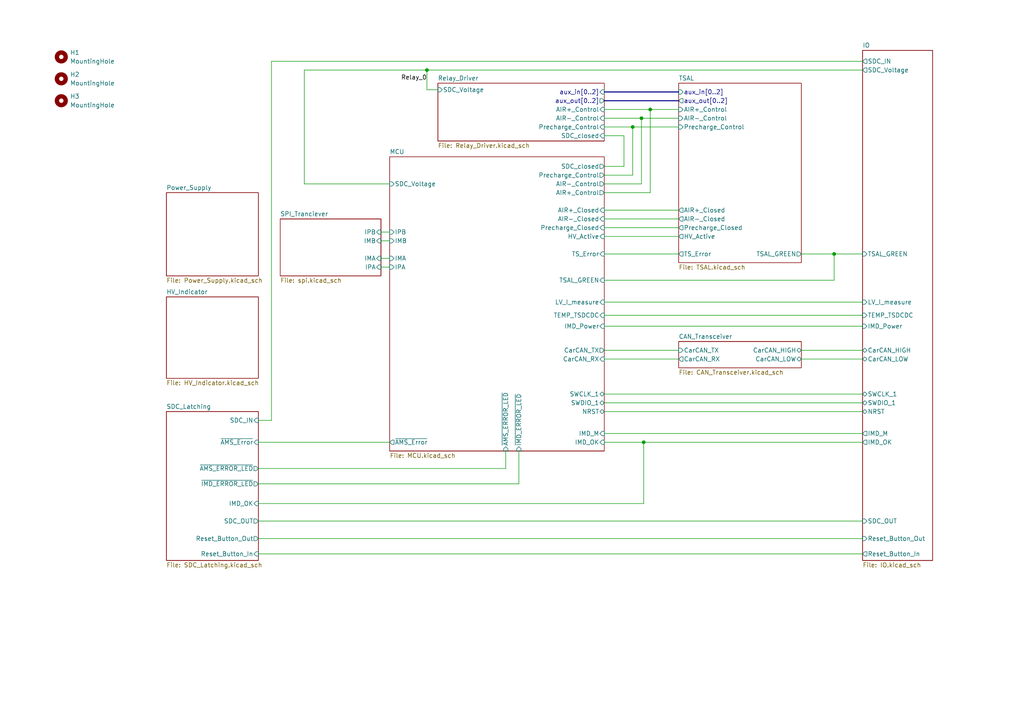
<source format=kicad_sch>
(kicad_sch
	(version 20231120)
	(generator "eeschema")
	(generator_version "8.0")
	(uuid "e63e39d7-6ac0-4ffd-8aa3-1841a4541b55")
	(paper "A4")
	(lib_symbols
		(symbol "Mechanical:MountingHole"
			(pin_names
				(offset 1.016)
			)
			(exclude_from_sim yes)
			(in_bom no)
			(on_board yes)
			(property "Reference" "H"
				(at 0 5.08 0)
				(effects
					(font
						(size 1.27 1.27)
					)
				)
			)
			(property "Value" "MountingHole"
				(at 0 3.175 0)
				(effects
					(font
						(size 1.27 1.27)
					)
				)
			)
			(property "Footprint" ""
				(at 0 0 0)
				(effects
					(font
						(size 1.27 1.27)
					)
					(hide yes)
				)
			)
			(property "Datasheet" "~"
				(at 0 0 0)
				(effects
					(font
						(size 1.27 1.27)
					)
					(hide yes)
				)
			)
			(property "Description" "Mounting Hole without connection"
				(at 0 0 0)
				(effects
					(font
						(size 1.27 1.27)
					)
					(hide yes)
				)
			)
			(property "ki_keywords" "mounting hole"
				(at 0 0 0)
				(effects
					(font
						(size 1.27 1.27)
					)
					(hide yes)
				)
			)
			(property "ki_fp_filters" "MountingHole*"
				(at 0 0 0)
				(effects
					(font
						(size 1.27 1.27)
					)
					(hide yes)
				)
			)
			(symbol "MountingHole_0_1"
				(circle
					(center 0 0)
					(radius 1.27)
					(stroke
						(width 1.27)
						(type default)
					)
					(fill
						(type none)
					)
				)
			)
		)
	)
	(junction
		(at 241.935 73.66)
		(diameter 0)
		(color 0 0 0 0)
		(uuid "0a7f7cff-c29b-4cc6-9d26-e8a073329d15")
	)
	(junction
		(at 123.825 20.32)
		(diameter 0)
		(color 0 0 0 0)
		(uuid "408fafc3-a377-41a0-b7ba-93182cde2895")
	)
	(junction
		(at 186.69 128.27)
		(diameter 0)
		(color 0 0 0 0)
		(uuid "44793ef5-ff1a-4dd7-a42e-e257f8b8042e")
	)
	(junction
		(at 188.595 31.75)
		(diameter 0)
		(color 0 0 0 0)
		(uuid "4978de48-824e-4da0-ad6c-6a4aefa3ff9d")
	)
	(junction
		(at 183.515 36.83)
		(diameter 0)
		(color 0 0 0 0)
		(uuid "7c350bc1-d08e-421e-9df9-7d582d023d7d")
	)
	(junction
		(at 186.055 34.29)
		(diameter 0)
		(color 0 0 0 0)
		(uuid "a1e57cfd-14f7-4329-8eff-f9f55eb71a7d")
	)
	(wire
		(pts
			(xy 180.975 48.26) (xy 180.975 39.37)
		)
		(stroke
			(width 0)
			(type default)
		)
		(uuid "07f9dc8d-c0d0-4dc9-8401-f12e87290517")
	)
	(wire
		(pts
			(xy 188.595 55.88) (xy 188.595 31.75)
		)
		(stroke
			(width 0)
			(type default)
		)
		(uuid "161c37ee-859e-408a-bfc2-59491a96f951")
	)
	(wire
		(pts
			(xy 175.26 36.83) (xy 183.515 36.83)
		)
		(stroke
			(width 0)
			(type default)
		)
		(uuid "1860a00d-f6ff-4922-be20-059a8da73e09")
	)
	(wire
		(pts
			(xy 175.26 94.615) (xy 250.19 94.615)
		)
		(stroke
			(width 0)
			(type default)
		)
		(uuid "18e14012-8379-44ba-bc03-22592befc89a")
	)
	(wire
		(pts
			(xy 175.26 128.27) (xy 186.69 128.27)
		)
		(stroke
			(width 0)
			(type default)
		)
		(uuid "1b75a20a-67f1-4c22-93ad-86624ea64c65")
	)
	(wire
		(pts
			(xy 186.055 34.29) (xy 196.85 34.29)
		)
		(stroke
			(width 0)
			(type default)
		)
		(uuid "1db01ef0-e8ca-4592-b2d3-07fb736a1c26")
	)
	(wire
		(pts
			(xy 110.49 67.31) (xy 113.03 67.31)
		)
		(stroke
			(width 0)
			(type default)
		)
		(uuid "24f82c31-79c3-42d8-ae53-1dfc0417f292")
	)
	(wire
		(pts
			(xy 186.69 128.27) (xy 186.69 146.05)
		)
		(stroke
			(width 0)
			(type default)
		)
		(uuid "30e997bf-188f-4d9b-bd84-fbf9b303fdbc")
	)
	(bus
		(pts
			(xy 175.26 29.21) (xy 196.85 29.21)
		)
		(stroke
			(width 0)
			(type default)
		)
		(uuid "31ffb8c5-4965-42af-9ed5-2cde8d5c615d")
	)
	(wire
		(pts
			(xy 175.26 31.75) (xy 188.595 31.75)
		)
		(stroke
			(width 0)
			(type default)
		)
		(uuid "32c45256-301b-4d4b-9c80-908f3eaa6645")
	)
	(wire
		(pts
			(xy 78.74 17.78) (xy 250.19 17.78)
		)
		(stroke
			(width 0)
			(type default)
		)
		(uuid "39b04c6a-a164-49f1-abea-a3a32285d465")
	)
	(wire
		(pts
			(xy 175.26 81.28) (xy 241.935 81.28)
		)
		(stroke
			(width 0)
			(type default)
		)
		(uuid "3aeadea1-001e-4433-96d3-f973553a40ce")
	)
	(wire
		(pts
			(xy 88.265 53.34) (xy 113.03 53.34)
		)
		(stroke
			(width 0)
			(type default)
		)
		(uuid "43ff35e9-7cd8-4f62-aee2-70328842afeb")
	)
	(wire
		(pts
			(xy 74.93 156.21) (xy 250.19 156.21)
		)
		(stroke
			(width 0)
			(type default)
		)
		(uuid "4c72069e-2911-45fc-ac82-d63dbffe3b04")
	)
	(wire
		(pts
			(xy 183.515 36.83) (xy 183.515 50.8)
		)
		(stroke
			(width 0)
			(type default)
		)
		(uuid "4ec701c3-5b60-44fd-aa98-394de6f7caab")
	)
	(wire
		(pts
			(xy 188.595 31.75) (xy 196.85 31.75)
		)
		(stroke
			(width 0)
			(type default)
		)
		(uuid "51e28119-6df5-4157-ad5a-a917e8c3b6f3")
	)
	(wire
		(pts
			(xy 232.41 104.14) (xy 250.19 104.14)
		)
		(stroke
			(width 0)
			(type default)
		)
		(uuid "52f50848-80d1-428f-ab45-bb31bf0b1bf9")
	)
	(wire
		(pts
			(xy 110.49 77.47) (xy 113.03 77.47)
		)
		(stroke
			(width 0)
			(type default)
		)
		(uuid "54692d45-1676-44b5-883b-2bc41b0fdb8c")
	)
	(wire
		(pts
			(xy 74.93 140.335) (xy 150.495 140.335)
		)
		(stroke
			(width 0)
			(type default)
		)
		(uuid "56636031-e736-471a-aef1-0ac263156ba7")
	)
	(wire
		(pts
			(xy 175.26 73.66) (xy 196.85 73.66)
		)
		(stroke
			(width 0)
			(type default)
		)
		(uuid "59c97f32-e3dc-44cd-97bd-a21f9f2761ed")
	)
	(wire
		(pts
			(xy 175.26 50.8) (xy 183.515 50.8)
		)
		(stroke
			(width 0)
			(type default)
		)
		(uuid "619d8902-06d2-4923-bb65-cfa8d092be87")
	)
	(wire
		(pts
			(xy 74.93 128.27) (xy 113.03 128.27)
		)
		(stroke
			(width 0)
			(type default)
		)
		(uuid "6d2f0521-9da9-4af2-a499-d52735120f75")
	)
	(wire
		(pts
			(xy 110.49 69.85) (xy 113.03 69.85)
		)
		(stroke
			(width 0)
			(type default)
		)
		(uuid "6f739289-0d73-4828-8ed9-0bb5278b8b5b")
	)
	(wire
		(pts
			(xy 150.495 130.81) (xy 150.495 140.335)
		)
		(stroke
			(width 0)
			(type default)
		)
		(uuid "6f995fe1-0166-4ccb-ab08-e9ce4b1480ae")
	)
	(wire
		(pts
			(xy 175.26 114.3) (xy 250.19 114.3)
		)
		(stroke
			(width 0)
			(type default)
		)
		(uuid "72de219e-ea5c-4118-91e1-aa7450812977")
	)
	(wire
		(pts
			(xy 175.26 119.38) (xy 250.19 119.38)
		)
		(stroke
			(width 0)
			(type default)
		)
		(uuid "750042e4-ec72-4b72-a7a1-170d65b6a550")
	)
	(wire
		(pts
			(xy 74.93 121.92) (xy 78.74 121.92)
		)
		(stroke
			(width 0)
			(type default)
		)
		(uuid "78a24785-3b42-46fa-9caf-3fc007c85f2c")
	)
	(wire
		(pts
			(xy 241.935 73.66) (xy 250.19 73.66)
		)
		(stroke
			(width 0)
			(type default)
		)
		(uuid "79c4682b-6f04-465e-bf87-1364ab0de3e5")
	)
	(wire
		(pts
			(xy 241.935 73.66) (xy 241.935 81.28)
		)
		(stroke
			(width 0)
			(type default)
		)
		(uuid "7bf839f6-fe27-416f-b4fb-8b45d66e9c7a")
	)
	(wire
		(pts
			(xy 175.26 53.34) (xy 186.055 53.34)
		)
		(stroke
			(width 0)
			(type default)
		)
		(uuid "7eae9a3b-04d0-4025-90cb-4b284bd379ef")
	)
	(wire
		(pts
			(xy 123.825 26.035) (xy 127 26.035)
		)
		(stroke
			(width 0)
			(type default)
		)
		(uuid "7fe8261e-9374-4542-8746-31b48c970009")
	)
	(wire
		(pts
			(xy 88.265 20.32) (xy 88.265 53.34)
		)
		(stroke
			(width 0)
			(type default)
		)
		(uuid "86c8f75c-d22e-41f4-9b54-7366753afa46")
	)
	(wire
		(pts
			(xy 175.26 66.04) (xy 196.85 66.04)
		)
		(stroke
			(width 0)
			(type default)
		)
		(uuid "879ccb09-3504-4864-9c31-833d63a283d6")
	)
	(wire
		(pts
			(xy 175.26 34.29) (xy 186.055 34.29)
		)
		(stroke
			(width 0)
			(type default)
		)
		(uuid "8893e1cb-365b-4c9c-a85e-2244f030fd1e")
	)
	(wire
		(pts
			(xy 110.49 74.93) (xy 113.03 74.93)
		)
		(stroke
			(width 0)
			(type default)
		)
		(uuid "8b1d64f7-3258-49b4-92aa-93c8541190ba")
	)
	(wire
		(pts
			(xy 232.41 73.66) (xy 241.935 73.66)
		)
		(stroke
			(width 0)
			(type default)
		)
		(uuid "8f2e9e26-e3f1-440c-a826-c9d96000f0ea")
	)
	(wire
		(pts
			(xy 186.69 128.27) (xy 250.19 128.27)
		)
		(stroke
			(width 0)
			(type default)
		)
		(uuid "970ec349-aa6c-4058-9a8a-06f8b0ada789")
	)
	(wire
		(pts
			(xy 123.825 20.32) (xy 123.825 26.035)
		)
		(stroke
			(width 0)
			(type default)
		)
		(uuid "9eaca443-67c5-43d3-a2cb-8dc2134d743d")
	)
	(wire
		(pts
			(xy 175.26 87.63) (xy 250.19 87.63)
		)
		(stroke
			(width 0)
			(type default)
		)
		(uuid "a07ba9bc-6ee6-4356-918f-f47ec7cc369e")
	)
	(wire
		(pts
			(xy 74.93 160.655) (xy 250.19 160.655)
		)
		(stroke
			(width 0)
			(type default)
		)
		(uuid "a14d2587-5011-4932-895b-968b85fb9c29")
	)
	(wire
		(pts
			(xy 175.26 125.73) (xy 250.19 125.73)
		)
		(stroke
			(width 0)
			(type default)
		)
		(uuid "a268a543-1d94-4c7d-9e93-681aa6017876")
	)
	(wire
		(pts
			(xy 175.26 68.58) (xy 196.85 68.58)
		)
		(stroke
			(width 0)
			(type default)
		)
		(uuid "b509a92c-b91c-4e42-b9e3-f73c6491975d")
	)
	(wire
		(pts
			(xy 175.26 101.6) (xy 196.85 101.6)
		)
		(stroke
			(width 0)
			(type default)
		)
		(uuid "bbd9a530-d966-44db-b792-6b8364074399")
	)
	(wire
		(pts
			(xy 183.515 36.83) (xy 196.85 36.83)
		)
		(stroke
			(width 0)
			(type default)
		)
		(uuid "bd7c142b-1b4a-4e3e-891a-2fc7994c4031")
	)
	(wire
		(pts
			(xy 180.975 39.37) (xy 175.26 39.37)
		)
		(stroke
			(width 0)
			(type default)
		)
		(uuid "c4a85f6c-5ba7-40d8-af18-4a31720497a2")
	)
	(wire
		(pts
			(xy 175.26 116.84) (xy 250.19 116.84)
		)
		(stroke
			(width 0)
			(type default)
		)
		(uuid "c7fe1963-cd78-4101-8ef6-6dcc644a8e7d")
	)
	(wire
		(pts
			(xy 175.26 91.44) (xy 250.19 91.44)
		)
		(stroke
			(width 0)
			(type default)
		)
		(uuid "cca14e52-daa2-472f-b950-9a1276c72fee")
	)
	(bus
		(pts
			(xy 175.26 26.67) (xy 196.85 26.67)
		)
		(stroke
			(width 0)
			(type default)
		)
		(uuid "cea651cf-4b09-4040-866b-09f29baccde7")
	)
	(wire
		(pts
			(xy 74.93 151.13) (xy 250.19 151.13)
		)
		(stroke
			(width 0)
			(type default)
		)
		(uuid "d0c6c499-7a00-48b4-bd4b-891bbdb16994")
	)
	(wire
		(pts
			(xy 146.685 135.89) (xy 146.685 130.81)
		)
		(stroke
			(width 0)
			(type default)
		)
		(uuid "d316bfb3-2c73-4ff1-84e3-75c482cbfaa2")
	)
	(wire
		(pts
			(xy 175.26 104.14) (xy 196.85 104.14)
		)
		(stroke
			(width 0)
			(type default)
		)
		(uuid "d53b8b6f-dec9-4a34-9e59-6fc2f5bafc6c")
	)
	(wire
		(pts
			(xy 175.26 63.5) (xy 196.85 63.5)
		)
		(stroke
			(width 0)
			(type default)
		)
		(uuid "d88aee4c-fb2b-496d-98dc-785013c70a8c")
	)
	(wire
		(pts
			(xy 180.975 48.26) (xy 175.26 48.26)
		)
		(stroke
			(width 0)
			(type default)
		)
		(uuid "df7a4fb7-c0df-4747-a51c-5b6d57141fc8")
	)
	(wire
		(pts
			(xy 74.93 135.89) (xy 146.685 135.89)
		)
		(stroke
			(width 0)
			(type default)
		)
		(uuid "e0757bcb-e970-4f03-94f2-6301484ac229")
	)
	(wire
		(pts
			(xy 123.825 20.32) (xy 250.19 20.32)
		)
		(stroke
			(width 0)
			(type default)
		)
		(uuid "e4022d97-9262-4b9e-8880-03a4afd73d19")
	)
	(wire
		(pts
			(xy 74.93 146.05) (xy 186.69 146.05)
		)
		(stroke
			(width 0)
			(type default)
		)
		(uuid "ea203829-7c79-4d55-8c55-d3d8ecb641ef")
	)
	(wire
		(pts
			(xy 88.265 20.32) (xy 123.825 20.32)
		)
		(stroke
			(width 0)
			(type default)
		)
		(uuid "ec66eea5-ae96-4bf7-93db-2f86111f3986")
	)
	(wire
		(pts
			(xy 78.74 17.78) (xy 78.74 121.92)
		)
		(stroke
			(width 0)
			(type default)
		)
		(uuid "ef04e179-1035-430f-b8a3-37f6edb09c73")
	)
	(wire
		(pts
			(xy 232.41 101.6) (xy 250.19 101.6)
		)
		(stroke
			(width 0)
			(type default)
		)
		(uuid "f4eb62d3-6998-4510-806f-341547b3745d")
	)
	(wire
		(pts
			(xy 186.055 34.29) (xy 186.055 53.34)
		)
		(stroke
			(width 0)
			(type default)
		)
		(uuid "f883506b-40b7-4a33-8b08-87bb566721c7")
	)
	(wire
		(pts
			(xy 175.26 60.96) (xy 196.85 60.96)
		)
		(stroke
			(width 0)
			(type default)
		)
		(uuid "f9d34e50-92ea-47a4-8b48-a188792d1fba")
	)
	(wire
		(pts
			(xy 175.26 55.88) (xy 188.595 55.88)
		)
		(stroke
			(width 0)
			(type default)
		)
		(uuid "fa484b90-07b7-4a9e-9fea-6e2a33d9559c")
	)
	(label "Relay_0"
		(at 123.825 23.495 180)
		(fields_autoplaced yes)
		(effects
			(font
				(size 1.27 1.27)
				(color 0 0 0 1)
			)
			(justify right bottom)
		)
		(uuid "5a0c03f1-96bf-4aa0-a982-95eb41ebc984")
		(property "Netclass" "Relay"
			(at 123.825 24.765 0)
			(effects
				(font
					(size 1.27 1.27)
					(bold yes)
					(italic yes)
				)
				(justify right)
				(hide yes)
			)
		)
	)
	(symbol
		(lib_id "Mechanical:MountingHole")
		(at 17.78 16.51 0)
		(unit 1)
		(exclude_from_sim yes)
		(in_bom no)
		(on_board yes)
		(dnp no)
		(fields_autoplaced yes)
		(uuid "0a967dcf-cf87-4b53-bafc-12025984e67b")
		(property "Reference" "H1"
			(at 20.32 15.2399 0)
			(effects
				(font
					(size 1.27 1.27)
				)
				(justify left)
			)
		)
		(property "Value" "MountingHole"
			(at 20.32 17.7799 0)
			(effects
				(font
					(size 1.27 1.27)
				)
				(justify left)
			)
		)
		(property "Footprint" "MountingHole:MountingHole_3.2mm_M3"
			(at 17.78 16.51 0)
			(effects
				(font
					(size 1.27 1.27)
				)
				(hide yes)
			)
		)
		(property "Datasheet" "~"
			(at 17.78 16.51 0)
			(effects
				(font
					(size 1.27 1.27)
				)
				(hide yes)
			)
		)
		(property "Description" "Mounting Hole without connection"
			(at 17.78 16.51 0)
			(effects
				(font
					(size 1.27 1.27)
				)
				(hide yes)
			)
		)
		(instances
			(project "Master_FT25"
				(path "/e63e39d7-6ac0-4ffd-8aa3-1841a4541b55"
					(reference "H1")
					(unit 1)
				)
			)
		)
	)
	(symbol
		(lib_id "Mechanical:MountingHole")
		(at 17.78 22.86 0)
		(unit 1)
		(exclude_from_sim yes)
		(in_bom no)
		(on_board yes)
		(dnp no)
		(fields_autoplaced yes)
		(uuid "21853630-98ed-40d6-a6a4-eace38ba178b")
		(property "Reference" "H2"
			(at 20.32 21.5899 0)
			(effects
				(font
					(size 1.27 1.27)
				)
				(justify left)
			)
		)
		(property "Value" "MountingHole"
			(at 20.32 24.1299 0)
			(effects
				(font
					(size 1.27 1.27)
				)
				(justify left)
			)
		)
		(property "Footprint" "MountingHole:MountingHole_3.2mm_M3"
			(at 17.78 22.86 0)
			(effects
				(font
					(size 1.27 1.27)
				)
				(hide yes)
			)
		)
		(property "Datasheet" "~"
			(at 17.78 22.86 0)
			(effects
				(font
					(size 1.27 1.27)
				)
				(hide yes)
			)
		)
		(property "Description" "Mounting Hole without connection"
			(at 17.78 22.86 0)
			(effects
				(font
					(size 1.27 1.27)
				)
				(hide yes)
			)
		)
		(instances
			(project "Master_FT25"
				(path "/e63e39d7-6ac0-4ffd-8aa3-1841a4541b55"
					(reference "H2")
					(unit 1)
				)
			)
		)
	)
	(symbol
		(lib_id "Mechanical:MountingHole")
		(at 17.78 29.21 0)
		(unit 1)
		(exclude_from_sim yes)
		(in_bom no)
		(on_board yes)
		(dnp no)
		(fields_autoplaced yes)
		(uuid "d1527598-7f4d-46c2-9d81-1aa748b9fa8d")
		(property "Reference" "H3"
			(at 20.32 27.9399 0)
			(effects
				(font
					(size 1.27 1.27)
				)
				(justify left)
			)
		)
		(property "Value" "MountingHole"
			(at 20.32 30.4799 0)
			(effects
				(font
					(size 1.27 1.27)
				)
				(justify left)
			)
		)
		(property "Footprint" "MountingHole:MountingHole_3.2mm_M3"
			(at 17.78 29.21 0)
			(effects
				(font
					(size 1.27 1.27)
				)
				(hide yes)
			)
		)
		(property "Datasheet" "~"
			(at 17.78 29.21 0)
			(effects
				(font
					(size 1.27 1.27)
				)
				(hide yes)
			)
		)
		(property "Description" "Mounting Hole without connection"
			(at 17.78 29.21 0)
			(effects
				(font
					(size 1.27 1.27)
				)
				(hide yes)
			)
		)
		(instances
			(project "Master_FT25"
				(path "/e63e39d7-6ac0-4ffd-8aa3-1841a4541b55"
					(reference "H3")
					(unit 1)
				)
			)
		)
	)
	(sheet
		(at 48.26 119.38)
		(size 26.67 43.18)
		(fields_autoplaced yes)
		(stroke
			(width 0.1524)
			(type solid)
		)
		(fill
			(color 0 0 0 0.0000)
		)
		(uuid "1faf3ef0-baac-46e1-a293-a43d671ef048")
		(property "Sheetname" "SDC_Latching"
			(at 48.26 118.6684 0)
			(effects
				(font
					(size 1.27 1.27)
				)
				(justify left bottom)
			)
		)
		(property "Sheetfile" "SDC_Latching.kicad_sch"
			(at 48.26 163.1446 0)
			(effects
				(font
					(size 1.27 1.27)
				)
				(justify left top)
			)
		)
		(pin "Reset_Button_In" input
			(at 74.93 160.655 0)
			(effects
				(font
					(size 1.27 1.27)
				)
				(justify right)
			)
			(uuid "d29d350b-902b-4201-b78d-3987c1d43101")
		)
		(pin "Reset_Button_Out" output
			(at 74.93 156.21 0)
			(effects
				(font
					(size 1.27 1.27)
				)
				(justify right)
			)
			(uuid "b3467c47-149f-4dd6-96a3-1425c5e65cd6")
		)
		(pin "SDC_OUT" output
			(at 74.93 151.13 0)
			(effects
				(font
					(size 1.27 1.27)
				)
				(justify right)
			)
			(uuid "04195bc4-f957-489b-8e05-747e1a2601f4")
		)
		(pin "SDC_IN" input
			(at 74.93 121.92 0)
			(effects
				(font
					(size 1.27 1.27)
				)
				(justify right)
			)
			(uuid "92e1de3b-0808-4574-9811-f75c22fccddf")
		)
		(pin "~{AMS_Error}" input
			(at 74.93 128.27 0)
			(effects
				(font
					(size 1.27 1.27)
				)
				(justify right)
			)
			(uuid "d4f4818d-c3c7-4eeb-9c52-aad858d58f30")
		)
		(pin "IMD_OK" input
			(at 74.93 146.05 0)
			(effects
				(font
					(size 1.27 1.27)
				)
				(justify right)
			)
			(uuid "44e26c19-37fa-4e80-adb7-6f8f90521f09")
		)
		(pin "~{AMS_ERROR_LED}" output
			(at 74.93 135.89 0)
			(effects
				(font
					(size 1.27 1.27)
				)
				(justify right)
			)
			(uuid "db873ff3-3fa6-46f9-acf2-1776292c3326")
		)
		(pin "~{IMD_ERROR_LED}" output
			(at 74.93 140.335 0)
			(effects
				(font
					(size 1.27 1.27)
				)
				(justify right)
			)
			(uuid "1e0ea0b3-c0a4-42d3-b88d-ab6314267023")
		)
		(instances
			(project "Master_FT25"
				(path "/e63e39d7-6ac0-4ffd-8aa3-1841a4541b55"
					(page "10")
				)
			)
		)
	)
	(sheet
		(at 48.26 55.88)
		(size 26.67 24.13)
		(fields_autoplaced yes)
		(stroke
			(width 0.1524)
			(type solid)
		)
		(fill
			(color 0 0 0 0.0000)
		)
		(uuid "22dc17c4-8352-43f2-bb65-d704323b2333")
		(property "Sheetname" "Power_Supply"
			(at 48.26 55.1684 0)
			(effects
				(font
					(size 1.27 1.27)
				)
				(justify left bottom)
			)
		)
		(property "Sheetfile" "Power_Supply.kicad_sch"
			(at 48.26 80.5946 0)
			(effects
				(font
					(size 1.27 1.27)
				)
				(justify left top)
			)
		)
		(instances
			(project "Master_FT25"
				(path "/e63e39d7-6ac0-4ffd-8aa3-1841a4541b55"
					(page "8")
				)
			)
		)
	)
	(sheet
		(at 196.85 24.13)
		(size 35.56 52.07)
		(fields_autoplaced yes)
		(stroke
			(width 0.1524)
			(type solid)
		)
		(fill
			(color 0 0 0 0.0000)
		)
		(uuid "5ce1aa0c-f98f-4b94-80bd-f188cf4c57de")
		(property "Sheetname" "TSAL"
			(at 196.85 23.4184 0)
			(effects
				(font
					(size 1.27 1.27)
				)
				(justify left bottom)
			)
		)
		(property "Sheetfile" "TSAL.kicad_sch"
			(at 196.85 76.7846 0)
			(effects
				(font
					(size 1.27 1.27)
				)
				(justify left top)
			)
		)
		(pin "AIR-_Closed" output
			(at 196.85 63.5 180)
			(effects
				(font
					(size 1.27 1.27)
				)
				(justify left)
			)
			(uuid "7f4f978d-1e5d-4a43-b1bf-c4fa7649bd7e")
		)
		(pin "AIR-_Control" input
			(at 196.85 34.29 180)
			(effects
				(font
					(size 1.27 1.27)
				)
				(justify left)
			)
			(uuid "14206ec6-7d56-4612-a521-5201573867ec")
		)
		(pin "AIR+_Control" input
			(at 196.85 31.75 180)
			(effects
				(font
					(size 1.27 1.27)
				)
				(justify left)
			)
			(uuid "97639659-6003-4e23-b4ab-f30326d3a9e4")
		)
		(pin "AIR+_Closed" output
			(at 196.85 60.96 180)
			(effects
				(font
					(size 1.27 1.27)
				)
				(justify left)
			)
			(uuid "6395d9db-d4bc-4c2e-9617-d5b2bf2defa3")
		)
		(pin "HV_Active" output
			(at 196.85 68.58 180)
			(effects
				(font
					(size 1.27 1.27)
				)
				(justify left)
			)
			(uuid "9bc0c846-6b29-4e4d-a0d2-1bffadd4b174")
		)
		(pin "aux_in[0..2]" input
			(at 196.85 26.67 180)
			(effects
				(font
					(size 1.27 1.27)
				)
				(justify left)
			)
			(uuid "62f5980a-ba24-42c2-bf17-3ba93154ccbe")
		)
		(pin "aux_out[0..2]" output
			(at 196.85 29.21 180)
			(effects
				(font
					(size 1.27 1.27)
				)
				(justify left)
			)
			(uuid "7b7686bc-62db-4756-a60c-2a44d69edb52")
		)
		(pin "TS_Error" output
			(at 196.85 73.66 180)
			(effects
				(font
					(size 1.27 1.27)
				)
				(justify left)
			)
			(uuid "2448d2bd-f095-4512-bdbb-8c68f77aacaa")
		)
		(pin "Precharge_Closed" output
			(at 196.85 66.04 180)
			(effects
				(font
					(size 1.27 1.27)
				)
				(justify left)
			)
			(uuid "93060461-877f-42a6-80bd-dbb98ff86726")
		)
		(pin "Precharge_Control" input
			(at 196.85 36.83 180)
			(effects
				(font
					(size 1.27 1.27)
				)
				(justify left)
			)
			(uuid "1df4d53f-ddfd-42ee-ba3c-fb3c93ade126")
		)
		(pin "TSAL_GREEN" output
			(at 232.41 73.66 0)
			(effects
				(font
					(size 1.27 1.27)
				)
				(justify right)
			)
			(uuid "a160ed03-0ccc-4e23-a6c8-c4e67a7fba77")
		)
		(instances
			(project "Master_FT25"
				(path "/e63e39d7-6ac0-4ffd-8aa3-1841a4541b55"
					(page "2")
				)
			)
		)
	)
	(sheet
		(at 48.26 86.106)
		(size 26.67 23.622)
		(fields_autoplaced yes)
		(stroke
			(width 0.1524)
			(type solid)
		)
		(fill
			(color 0 0 0 0.0000)
		)
		(uuid "79aa61b0-3913-4dd5-85ac-a55bcc701429")
		(property "Sheetname" "HV_Indicator"
			(at 48.26 85.3944 0)
			(effects
				(font
					(size 1.27 1.27)
				)
				(justify left bottom)
			)
		)
		(property "Sheetfile" "HV_Indicator.kicad_sch"
			(at 48.26 110.3126 0)
			(effects
				(font
					(size 1.27 1.27)
				)
				(justify left top)
			)
		)
		(instances
			(project "Master_FT25"
				(path "/e63e39d7-6ac0-4ffd-8aa3-1841a4541b55"
					(page "11")
				)
			)
		)
	)
	(sheet
		(at 81.28 63.5)
		(size 29.21 16.51)
		(fields_autoplaced yes)
		(stroke
			(width 0.1524)
			(type solid)
		)
		(fill
			(color 0 0 0 0.0000)
		)
		(uuid "7ea6d794-d6f7-459d-b00f-ed5a8a0446d9")
		(property "Sheetname" "SPI_Tranciever"
			(at 81.28 62.7884 0)
			(effects
				(font
					(size 1.27 1.27)
				)
				(justify left bottom)
			)
		)
		(property "Sheetfile" "spi.kicad_sch"
			(at 81.28 80.5946 0)
			(effects
				(font
					(size 1.27 1.27)
				)
				(justify left top)
			)
		)
		(pin "IPB" input
			(at 110.49 67.31 0)
			(effects
				(font
					(size 1.27 1.27)
				)
				(justify right)
			)
			(uuid "12d18ded-a9ec-4a47-a265-cb4b48bd9928")
		)
		(pin "IMB" input
			(at 110.49 69.85 0)
			(effects
				(font
					(size 1.27 1.27)
				)
				(justify right)
			)
			(uuid "4f5cbb16-21f4-4acb-beed-5735b597fc51")
		)
		(pin "IMA" input
			(at 110.49 74.93 0)
			(effects
				(font
					(size 1.27 1.27)
				)
				(justify right)
			)
			(uuid "fd58e044-12b4-4992-9f63-d59e347d92a5")
		)
		(pin "IPA" input
			(at 110.49 77.47 0)
			(effects
				(font
					(size 1.27 1.27)
				)
				(justify right)
			)
			(uuid "212208da-4d93-4618-932d-5d0895edf826")
		)
		(instances
			(project "Master_FT25"
				(path "/e63e39d7-6ac0-4ffd-8aa3-1841a4541b55"
					(page "15")
				)
			)
		)
	)
	(sheet
		(at 127 24.13)
		(size 48.26 16.764)
		(fields_autoplaced yes)
		(stroke
			(width 0.1524)
			(type solid)
		)
		(fill
			(color 0 0 0 0.0000)
		)
		(uuid "95b8e8bb-175b-4c26-b28f-f18dafbb4793")
		(property "Sheetname" "Relay_Driver"
			(at 127 23.4184 0)
			(effects
				(font
					(size 1.27 1.27)
				)
				(justify left bottom)
			)
		)
		(property "Sheetfile" "Relay_Driver.kicad_sch"
			(at 127 41.4786 0)
			(effects
				(font
					(size 1.27 1.27)
				)
				(justify left top)
			)
		)
		(pin "AIR-_Control" input
			(at 175.26 34.29 0)
			(effects
				(font
					(size 1.27 1.27)
				)
				(justify right)
			)
			(uuid "7edf1e41-024c-4116-abe5-cfef0d5a0efc")
		)
		(pin "AIR+_Control" input
			(at 175.26 31.75 0)
			(effects
				(font
					(size 1.27 1.27)
				)
				(justify right)
			)
			(uuid "6e3f7547-4f06-4521-bf16-8b7f213f0b60")
		)
		(pin "aux_out[0..2]" output
			(at 175.26 29.21 0)
			(effects
				(font
					(size 1.27 1.27)
				)
				(justify right)
			)
			(uuid "bf289db5-5459-48e2-b88f-d9d16213c777")
		)
		(pin "aux_in[0..2]" input
			(at 175.26 26.67 0)
			(effects
				(font
					(size 1.27 1.27)
				)
				(justify right)
			)
			(uuid "870086fa-587c-431c-a862-2d36619d4ebf")
		)
		(pin "Precharge_Control" input
			(at 175.26 36.83 0)
			(effects
				(font
					(size 1.27 1.27)
				)
				(justify right)
			)
			(uuid "64c41c50-b9c1-41ea-996a-a9c20799ff11")
		)
		(pin "SDC_Voltage" input
			(at 127 26.035 180)
			(effects
				(font
					(size 1.27 1.27)
				)
				(justify left)
			)
			(uuid "4d634957-f32f-40f3-8540-70e44430ba5a")
		)
		(pin "SDC_closed" input
			(at 175.26 39.37 0)
			(effects
				(font
					(size 1.27 1.27)
				)
				(justify right)
			)
			(uuid "4c65f1ce-a9bc-4c5f-8403-bedb975d8eb2")
		)
		(instances
			(project "Master_FT25"
				(path "/e63e39d7-6ac0-4ffd-8aa3-1841a4541b55"
					(page "9")
				)
			)
		)
	)
	(sheet
		(at 113.03 45.466)
		(size 62.23 85.344)
		(fields_autoplaced yes)
		(stroke
			(width 0.1524)
			(type solid)
		)
		(fill
			(color 0 0 0 0.0000)
		)
		(uuid "9b70877c-37a9-427a-bda0-c62874ddc559")
		(property "Sheetname" "MCU"
			(at 113.03 44.7544 0)
			(effects
				(font
					(size 1.27 1.27)
				)
				(justify left bottom)
			)
		)
		(property "Sheetfile" "MCU.kicad_sch"
			(at 113.03 131.3946 0)
			(effects
				(font
					(size 1.27 1.27)
				)
				(justify left top)
			)
		)
		(pin "CarCAN_TX" output
			(at 175.26 101.6 0)
			(effects
				(font
					(size 1.27 1.27)
				)
				(justify right)
			)
			(uuid "f47ef6c8-b550-4302-a5a7-6ab5a6184e74")
		)
		(pin "SWCLK_1" bidirectional
			(at 175.26 114.3 0)
			(effects
				(font
					(size 1.27 1.27)
				)
				(justify right)
			)
			(uuid "605a061b-4108-46bb-8fff-97cfb674055b")
		)
		(pin "SWDIO_1" bidirectional
			(at 175.26 116.84 0)
			(effects
				(font
					(size 1.27 1.27)
				)
				(justify right)
			)
			(uuid "92a776b3-e16c-4951-958d-ef2fb53709a9")
		)
		(pin "CarCAN_RX" input
			(at 175.26 104.14 0)
			(effects
				(font
					(size 1.27 1.27)
				)
				(justify right)
			)
			(uuid "04553aed-dc09-4ba7-a9b1-ab4eaf95146d")
		)
		(pin "AIR+_Control" output
			(at 175.26 55.88 0)
			(effects
				(font
					(size 1.27 1.27)
				)
				(justify right)
			)
			(uuid "2269f88f-a85c-4266-ac04-95bf13eb0efd")
		)
		(pin "AIR-_Control" output
			(at 175.26 53.34 0)
			(effects
				(font
					(size 1.27 1.27)
				)
				(justify right)
			)
			(uuid "d79f89ef-7e64-42d3-9138-46893922b4a9")
		)
		(pin "HV_Active" input
			(at 175.26 68.58 0)
			(effects
				(font
					(size 1.27 1.27)
				)
				(justify right)
			)
			(uuid "c20f76e0-182a-4af7-a081-ae1f520a5b95")
		)
		(pin "AIR+_Closed" input
			(at 175.26 60.96 0)
			(effects
				(font
					(size 1.27 1.27)
				)
				(justify right)
			)
			(uuid "125a1f4f-2acf-4cea-9a03-25b35d16fb96")
		)
		(pin "AIR-_Closed" input
			(at 175.26 63.5 0)
			(effects
				(font
					(size 1.27 1.27)
				)
				(justify right)
			)
			(uuid "fbfd2a87-a250-44fd-96a7-e8079404fc85")
		)
		(pin "SDC_Voltage" input
			(at 113.03 53.34 180)
			(effects
				(font
					(size 1.27 1.27)
				)
				(justify left)
			)
			(uuid "3329bc08-3485-4d06-b547-eed9d73de875")
		)
		(pin "IMD_OK" input
			(at 175.26 128.27 0)
			(effects
				(font
					(size 1.27 1.27)
				)
				(justify right)
			)
			(uuid "2f1fce94-ecdd-445f-a70b-53aa628f7126")
		)
		(pin "TS_Error" input
			(at 175.26 73.66 0)
			(effects
				(font
					(size 1.27 1.27)
				)
				(justify right)
			)
			(uuid "e3623c8f-21c5-4339-8297-19f16439a3f4")
		)
		(pin "IMD_M" input
			(at 175.26 125.73 0)
			(effects
				(font
					(size 1.27 1.27)
				)
				(justify right)
			)
			(uuid "8bae7699-4069-414c-8d5a-73d7082e11e5")
		)
		(pin "Precharge_Control" output
			(at 175.26 50.8 0)
			(effects
				(font
					(size 1.27 1.27)
				)
				(justify right)
			)
			(uuid "cdca4c58-1262-4bde-80f4-02b467f8aafe")
		)
		(pin "Precharge_Closed" input
			(at 175.26 66.04 0)
			(effects
				(font
					(size 1.27 1.27)
				)
				(justify right)
			)
			(uuid "f2f0c2fe-7ac4-4a48-bfa7-9d0e6e156dc7")
		)
		(pin "~{AMS_Error}" output
			(at 113.03 128.27 180)
			(effects
				(font
					(size 1.27 1.27)
				)
				(justify left)
			)
			(uuid "65e84e94-ce74-43d6-a40c-f2a3cd2a6ac8")
		)
		(pin "IMB" input
			(at 113.03 69.85 180)
			(effects
				(font
					(size 1.27 1.27)
				)
				(justify left)
			)
			(uuid "9695f347-9a45-415a-a0c0-c9817bf10ea3")
		)
		(pin "IMA" input
			(at 113.03 74.93 180)
			(effects
				(font
					(size 1.27 1.27)
				)
				(justify left)
			)
			(uuid "a62c6dcb-8b7d-4a24-adec-3aba3d84e6ab")
		)
		(pin "IPA" input
			(at 113.03 77.47 180)
			(effects
				(font
					(size 1.27 1.27)
				)
				(justify left)
			)
			(uuid "409a6711-a53b-4ad0-a904-98393d158eed")
		)
		(pin "IPB" input
			(at 113.03 67.31 180)
			(effects
				(font
					(size 1.27 1.27)
				)
				(justify left)
			)
			(uuid "a0783acc-e661-4dd4-bb10-3985abf0e608")
		)
		(pin "~{IMD_ERROR_LED}" input
			(at 150.495 130.81 270)
			(effects
				(font
					(size 1.27 1.27)
				)
				(justify left)
			)
			(uuid "3c6c52fa-82f4-40f6-8656-08db2fe24843")
		)
		(pin "~{AMS_ERROR_LED}" input
			(at 146.685 130.81 270)
			(effects
				(font
					(size 1.27 1.27)
				)
				(justify left)
			)
			(uuid "98921bb8-c18c-427f-8b3d-3fbc3b24206d")
		)
		(pin "TSAL_GREEN" input
			(at 175.26 81.28 0)
			(effects
				(font
					(size 1.27 1.27)
				)
				(justify right)
			)
			(uuid "c8c1c101-9fca-4c91-b1ff-0ae7a322ed0e")
		)
		(pin "IMD_Power" input
			(at 175.26 94.615 0)
			(effects
				(font
					(size 1.27 1.27)
				)
				(justify right)
			)
			(uuid "b5f88973-9cf9-48af-a376-4344bfa40928")
		)
		(pin "NRST" bidirectional
			(at 175.26 119.38 0)
			(effects
				(font
					(size 1.27 1.27)
				)
				(justify right)
			)
			(uuid "e05a939d-5d9f-44c5-82f0-715cf4d59192")
		)
		(pin "TEMP_TSDCDC" input
			(at 175.26 91.44 0)
			(effects
				(font
					(size 1.27 1.27)
				)
				(justify right)
			)
			(uuid "bad1f67e-a092-4c65-b87d-da69f8343546")
		)
		(pin "LV_I_measure" input
			(at 175.26 87.63 0)
			(effects
				(font
					(size 1.27 1.27)
				)
				(justify right)
			)
			(uuid "df232280-6528-402f-ac89-b7daf1a541da")
		)
		(pin "SDC_closed" output
			(at 175.26 48.26 0)
			(effects
				(font
					(size 1.27 1.27)
				)
				(justify right)
			)
			(uuid "4a5bc6b5-50fc-478c-97e0-cca7410217ca")
		)
		(instances
			(project "Master_FT25"
				(path "/e63e39d7-6ac0-4ffd-8aa3-1841a4541b55"
					(page "7")
				)
			)
		)
	)
	(sheet
		(at 196.85 99.06)
		(size 35.56 7.62)
		(fields_autoplaced yes)
		(stroke
			(width 0.1524)
			(type solid)
		)
		(fill
			(color 0 0 0 0.0000)
		)
		(uuid "c358f375-f19f-4341-b85b-3ee34c210f74")
		(property "Sheetname" "CAN_Transceiver"
			(at 196.85 98.3484 0)
			(effects
				(font
					(size 1.27 1.27)
				)
				(justify left bottom)
			)
		)
		(property "Sheetfile" "CAN_Transceiver.kicad_sch"
			(at 196.85 107.2646 0)
			(effects
				(font
					(size 1.27 1.27)
				)
				(justify left top)
			)
		)
		(pin "CarCAN_HIGH" bidirectional
			(at 232.41 101.6 0)
			(effects
				(font
					(size 1.27 1.27)
				)
				(justify right)
			)
			(uuid "fa65e9f0-a816-4cfb-b357-ecef57b3b82d")
		)
		(pin "CarCAN_LOW" bidirectional
			(at 232.41 104.14 0)
			(effects
				(font
					(size 1.27 1.27)
				)
				(justify right)
			)
			(uuid "934324c6-b02c-4f3e-ac08-05f9d8568f0c")
		)
		(pin "CarCAN_RX" output
			(at 196.85 104.14 180)
			(effects
				(font
					(size 1.27 1.27)
				)
				(justify left)
			)
			(uuid "31629ba9-9ca0-47ad-8673-f9b3b28a9e35")
		)
		(pin "CarCAN_TX" input
			(at 196.85 101.6 180)
			(effects
				(font
					(size 1.27 1.27)
				)
				(justify left)
			)
			(uuid "8d8c23ec-d24d-4183-b1f7-cf9ad53f8460")
		)
		(instances
			(project "Master_FT25"
				(path "/e63e39d7-6ac0-4ffd-8aa3-1841a4541b55"
					(page "9")
				)
			)
		)
	)
	(sheet
		(at 250.19 14.605)
		(size 20.32 147.955)
		(fields_autoplaced yes)
		(stroke
			(width 0.1524)
			(type solid)
		)
		(fill
			(color 0 0 0 0.0000)
		)
		(uuid "e59bef98-744e-4b2e-ac94-b25961b27b6b")
		(property "Sheetname" "IO"
			(at 250.19 13.8934 0)
			(effects
				(font
					(size 1.27 1.27)
				)
				(justify left bottom)
			)
		)
		(property "Sheetfile" "IO.kicad_sch"
			(at 250.19 163.1446 0)
			(effects
				(font
					(size 1.27 1.27)
				)
				(justify left top)
			)
		)
		(pin "IMD_OK" output
			(at 250.19 128.27 180)
			(effects
				(font
					(size 1.27 1.27)
				)
				(justify left)
			)
			(uuid "73a53e5f-47d4-429e-b637-fe2428dc243a")
		)
		(pin "CarCAN_HIGH" bidirectional
			(at 250.19 101.6 180)
			(effects
				(font
					(size 1.27 1.27)
				)
				(justify left)
			)
			(uuid "cfd54fc9-5d46-422b-b49a-82ec9ef3d301")
		)
		(pin "CarCAN_LOW" bidirectional
			(at 250.19 104.14 180)
			(effects
				(font
					(size 1.27 1.27)
				)
				(justify left)
			)
			(uuid "4908e932-225b-41df-985d-1241673c0a49")
		)
		(pin "SDC_OUT" input
			(at 250.19 151.13 180)
			(effects
				(font
					(size 1.27 1.27)
				)
				(justify left)
			)
			(uuid "34508969-254e-4438-9b33-7cb21198ee8f")
		)
		(pin "SDC_IN" output
			(at 250.19 17.78 180)
			(effects
				(font
					(size 1.27 1.27)
				)
				(justify left)
			)
			(uuid "8495abc2-3730-425c-b838-1c99612cd81e")
		)
		(pin "SWCLK_1" bidirectional
			(at 250.19 114.3 180)
			(effects
				(font
					(size 1.27 1.27)
				)
				(justify left)
			)
			(uuid "437f6c45-8b21-41bf-8d1c-725319dff698")
		)
		(pin "SWDIO_1" bidirectional
			(at 250.19 116.84 180)
			(effects
				(font
					(size 1.27 1.27)
				)
				(justify left)
			)
			(uuid "e266763f-e667-425b-aba3-e0a9fc3d9f72")
		)
		(pin "Reset_Button_Out" input
			(at 250.19 156.21 180)
			(effects
				(font
					(size 1.27 1.27)
				)
				(justify left)
			)
			(uuid "7097514d-9ab0-49c8-801c-09b9f72ebdaa")
		)
		(pin "Reset_Button_In" output
			(at 250.19 160.655 180)
			(effects
				(font
					(size 1.27 1.27)
				)
				(justify left)
			)
			(uuid "27a983f6-d6be-4239-89dd-edb014519101")
		)
		(pin "IMD_M" output
			(at 250.19 125.73 180)
			(effects
				(font
					(size 1.27 1.27)
				)
				(justify left)
			)
			(uuid "a7ce4794-481c-4781-9ab5-060183fd78cb")
		)
		(pin "TSAL_GREEN" input
			(at 250.19 73.66 180)
			(effects
				(font
					(size 1.27 1.27)
				)
				(justify left)
			)
			(uuid "9a9624b0-654d-4442-8a3c-d3ea916177b2")
		)
		(pin "SDC_Voltage" output
			(at 250.19 20.32 180)
			(effects
				(font
					(size 1.27 1.27)
				)
				(justify left)
			)
			(uuid "65e03ba9-c7d9-4f9a-b3ef-d75fc55081ec")
		)
		(pin "IMD_Power" input
			(at 250.19 94.615 180)
			(effects
				(font
					(size 1.27 1.27)
				)
				(justify left)
			)
			(uuid "0765be10-6e68-4975-a0cd-2fc202579881")
		)
		(pin "LV_I_measure" input
			(at 250.19 87.63 180)
			(effects
				(font
					(size 1.27 1.27)
				)
				(justify left)
			)
			(uuid "3116f761-651c-42f1-ab1e-4176d18b069c")
		)
		(pin "NRST" bidirectional
			(at 250.19 119.38 180)
			(effects
				(font
					(size 1.27 1.27)
				)
				(justify left)
			)
			(uuid "ce49ebb2-e147-4bc0-822a-dcc07fca15cf")
		)
		(pin "TEMP_TSDCDC" input
			(at 250.19 91.44 180)
			(effects
				(font
					(size 1.27 1.27)
				)
				(justify left)
			)
			(uuid "6acb0152-a506-4b08-8ddd-869095583706")
		)
		(instances
			(project "Master_FT25"
				(path "/e63e39d7-6ac0-4ffd-8aa3-1841a4541b55"
					(page "12")
				)
			)
		)
	)
	(sheet_instances
		(path "/"
			(page "1")
		)
	)
)

</source>
